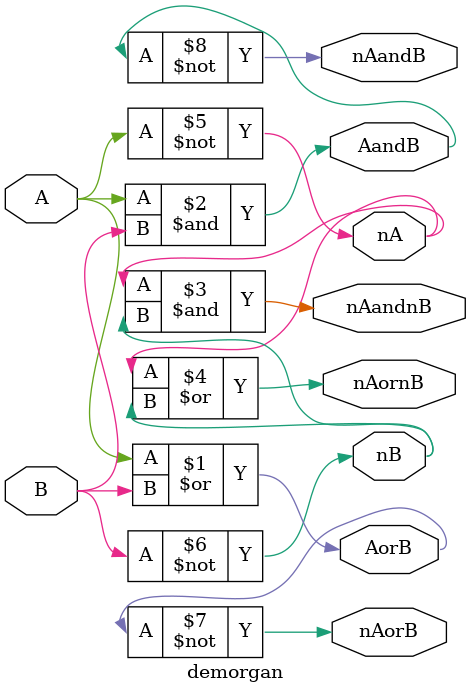
<source format=v>
module demorgan
(
  input  A,          // Single bit inputs
  input  B,
  output nA,            // Output intermediate complemented inputs
  output nB,
  output nAandnB,    // Single bit output, (~A)*(~B)
  output AorB,          // Output intermediate complemented inputs
  output nAorB,      // Single bit output, (~(A+B))
  output nAornB,     // Single bit output, (~A)+(~B)
  output AandB,         // Output intermediate complemented inputs
  output nAandB     // Single bit output, (~(A*B))
);

  wire nA;
  wire nB;
  wire AorB;
  wire AandB;

  not Ainv(nA, A);  		// Top inverter is named Ainv, takes signal A as input and produces signal nA
  not Binv(nB, B);
  or  orgate(AorB, A, B);  	// OR gate produces AorB from A and B
  and andgate(AandB, A, B);  	// AND gate produces AandB from A and B
  not inv(nAorB, AorB);		// Inverter is named inv, takes signal AorB as input and produces signal nAorB
  not inv(nAandB, AandB);	// Inverter is named inv, takes signal AandB as input and produces signal nAandB
  and andgate(nAandnB, nA, nB); // AND gate produces nAandnB from nA and nB
  or orgate(nAornB, nA, nB); 	// OR gate produces nAornB from nA and nB

endmodule


</source>
